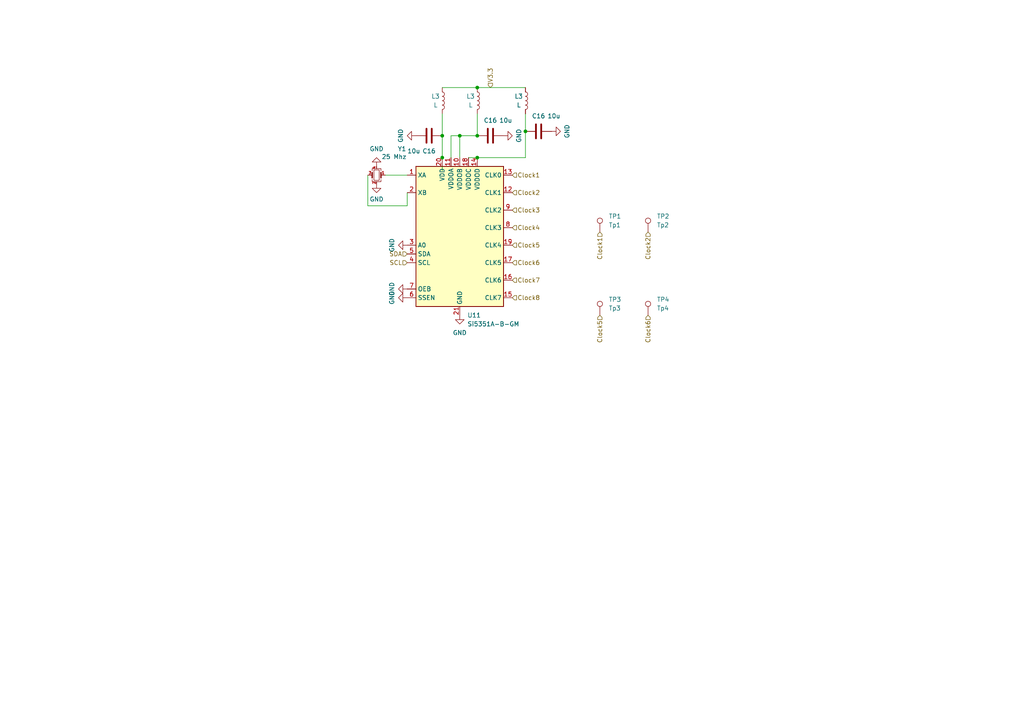
<source format=kicad_sch>
(kicad_sch (version 20230121) (generator eeschema)
  (paper "A4")
  (lib_symbols
    (symbol "Connector:TestPoint" (pin_numbers hide) (pin_names (offset 0.762) hide)
      (property "Reference" "TP" (at 0 6.858 0))
      (property "Value" "TestPoint" (at 0 5.08 0))
      (symbol "TestPoint_0_1"
        (circle (center 0 3.302) (radius 0.762))
      )
      (symbol "TestPoint_1_1"
        (pin passive line (at 0 0 90) (length 2.54) (name "1") (number "1"))
      )
    )
    (symbol "Device:C" (pin_numbers hide) (pin_names (offset 0.254))
      (property "Reference" "C" (at 0.635 2.54 0))
      (property "Value" "C" (at 0.635 -2.54 0))
      (symbol "C_0_1"
        (polyline (pts (xy -2.032 -0.762) (xy 2.032 -0.762)) (stroke (width 0.508)))
        (polyline (pts (xy -2.032 0.762) (xy 2.032 0.762)) (stroke (width 0.508)))
      )
      (symbol "C_1_1"
        (pin passive line (at 0 3.81 270) (length 2.794) (name "~") (number "1"))
        (pin passive line (at 0 -3.81 90) (length 2.794) (name "~") (number "2"))
      )
    )
    (symbol "Device:Crystal_GND24_Small" (pin_names (offset 1.016) hide)
      (property "Reference" "Y" (at 1.27 4.445 0))
      (property "Value" "Crystal_GND24_Small" (at 1.27 2.54 0))
      (symbol "Crystal_GND24_Small_0_1"
        (rectangle (start -0.762 -1.524) (end 0.762 1.524))
        (polyline (pts (xy -1.27 -0.762) (xy -1.27 0.762)) (stroke (width 0.381)))
        (polyline (pts (xy 1.27 -0.762) (xy 1.27 0.762)) (stroke (width 0.381)))
        (polyline (pts (xy -1.27 -1.27) (xy -1.27 -1.905) (xy 1.27 -1.905) (xy 1.27 -1.27)))
        (polyline (pts (xy -1.27 1.27) (xy -1.27 1.905) (xy 1.27 1.905) (xy 1.27 1.27)))
      )
      (symbol "Crystal_GND24_Small_1_1"
        (pin passive line (at -2.54 0 0) (length 1.27) (name "1") (number "1"))
        (pin passive line (at 0 -2.54 90) (length 0.635) (name "2") (number "2"))
        (pin passive line (at 2.54 0 180) (length 1.27) (name "3") (number "3"))
        (pin passive line (at 0 2.54 270) (length 0.635) (name "4") (number "4"))
      )
    )
    (symbol "Device:L" (pin_numbers hide) (pin_names (offset 1.016) hide)
      (property "Reference" "L" (at -1.27 0 90))
      (property "Value" "L" (at 1.905 0 90))
      (symbol "L_0_1"
        (arc (start 0 -2.54) (mid 0.6323 -1.905) (end 0 -1.27))
        (arc (start 0 -1.27) (mid 0.6323 -0.635) (end 0 0))
        (arc (start 0 0) (mid 0.6323 0.635) (end 0 1.27))
        (arc (start 0 1.27) (mid 0.6323 1.905) (end 0 2.54))
      )
      (symbol "L_1_1"
        (pin passive line (at 0 3.81 270) (length 1.27) (name "1") (number "1"))
        (pin passive line (at 0 -3.81 90) (length 1.27) (name "2") (number "2"))
      )
    )
    (symbol "Oscillator:Si5351A-B-GM"
      (property "Reference" "U" (at -12.7 21.59 0))
      (property "Value" "Si5351A-B-GM" (at -13.97 -22.86 0))
      (symbol "Si5351A-B-GM_1_1"
        (rectangle (start -12.7 20.32) (end 12.7 -20.32) (stroke (width 0.254)) (fill (type background)))
        (pin input line (at -15.24 17.78 0) (length 2.54) (name "XA") (number "1"))
        (pin power_in line (at 0 22.86 270) (length 2.54) (name "VDDOB") (number "10"))
        (pin power_in line (at -2.54 22.86 270) (length 2.54) (name "VDDOA") (number "11"))
        (pin output line (at 15.24 12.7 180) (length 2.54) (name "CLK1") (number "12"))
        (pin output line (at 15.24 17.78 180) (length 2.54) (name "CLK0") (number "13"))
        (pin power_in line (at 5.08 22.86 270) (length 2.54) (name "VDDOD") (number "14"))
        (pin output line (at 15.24 -17.78 180) (length 2.54) (name "CLK7") (number "15"))
        (pin output line (at 15.24 -12.7 180) (length 2.54) (name "CLK6") (number "16"))
        (pin output line (at 15.24 -7.62 180) (length 2.54) (name "CLK5") (number "17"))
        (pin power_in line (at 2.54 22.86 270) (length 2.54) (name "VDDOC") (number "18"))
        (pin output line (at 15.24 -2.54 180) (length 2.54) (name "CLK4") (number "19"))
        (pin input line (at -15.24 12.7 0) (length 2.54) (name "XB") (number "2"))
        (pin power_in line (at -5.08 22.86 270) (length 2.54) (name "VDD") (number "20"))
        (pin power_in line (at 0 -22.86 90) (length 2.54) (name "GND") (number "21"))
        (pin input line (at -15.24 -2.54 0) (length 2.54) (name "A0") (number "3"))
        (pin input line (at -15.24 -7.62 0) (length 2.54) (name "SCL") (number "4"))
        (pin bidirectional line (at -15.24 -5.08 0) (length 2.54) (name "SDA") (number "5"))
        (pin input line (at -15.24 -17.78 0) (length 2.54) (name "SSEN") (number "6"))
        (pin input line (at -15.24 -15.24 0) (length 2.54) (name "OEB") (number "7"))
        (pin output line (at 15.24 2.54 180) (length 2.54) (name "CLK3") (number "8"))
        (pin output line (at 15.24 7.62 180) (length 2.54) (name "CLK2") (number "9"))
      )
    )
    (symbol "power:GND" (power) (pin_names (offset 0))
      (property "Value" "GND" (at 0 -3.81 0))
      (symbol "GND_0_1"
        (polyline (pts (xy 0 0) (xy 0 -1.27) (xy 1.27 -1.27) (xy 0 -2.54) (xy -1.27 -1.27) (xy 0 -1.27)))
      )
      (symbol "GND_1_1"
        (pin power_in line (at 0 0 270) (length 0) hide (name "GND") (number "1"))
      )
    )
  )
  (junction (at 128.27 39.37))
  (junction (at 128.27 45.72))
  (junction (at 138.43 25.4))
  (junction (at 138.43 45.72))
  (junction (at 138.43 39.37))
  (junction (at 152.4 38.1))
  (junction (at 133.35 39.37))
  (wire (pts (xy 152.4 33.02) (xy 152.4 38.1)))
  (wire (pts (xy 133.35 39.37) (xy 133.35 45.72)))
  (wire (pts (xy 111.76 50.8) (xy 118.11 50.8)))
  (wire (pts (xy 118.11 59.69) (xy 118.11 55.88)))
  (wire (pts (xy 152.4 45.72) (xy 138.43 45.72)))
  (wire (pts (xy 130.81 45.72) (xy 130.81 39.37)))
  (wire (pts (xy 128.27 25.4) (xy 138.43 25.4)))
  (wire (pts (xy 106.68 50.8) (xy 106.68 59.69)))
  (wire (pts (xy 128.27 33.02) (xy 128.27 39.37)))
  (wire (pts (xy 138.43 25.4) (xy 152.4 25.4)))
  (wire (pts (xy 128.27 39.37) (xy 128.27 45.72)))
  (wire (pts (xy 152.4 38.1) (xy 152.4 45.72)))
  (wire (pts (xy 130.81 39.37) (xy 133.35 39.37)))
  (wire (pts (xy 106.68 59.69) (xy 118.11 59.69)))
  (wire (pts (xy 128.27 45.72) (xy 128.27 49.53)))
  (wire (pts (xy 135.89 45.72) (xy 138.43 45.72)))
  (wire (pts (xy 133.35 39.37) (xy 138.43 39.37)))
  (wire (pts (xy 138.43 33.02) (xy 138.43 39.37)))
  (hierarchical_label "SCL" (shape input) (at 118.11 76.2 180))
  (hierarchical_label "Clock1" (shape input) (at 148.59 50.8 0))
  (hierarchical_label "Clock2" (shape input) (at 148.59 55.88 0))
  (hierarchical_label "Clock6" (shape input) (at 148.59 76.2 0))
  (hierarchical_label "Clock4" (shape input) (at 148.59 66.04 0))
  (hierarchical_label "Clock1" (shape input) (at 173.99 67.31 270))
  (hierarchical_label "SDA" (shape input) (at 118.11 73.66 180))
  (hierarchical_label "Clock3" (shape input) (at 148.59 60.96 0))
  (hierarchical_label "Clock8" (shape input) (at 148.59 86.36 0))
  (hierarchical_label "Clock2" (shape input) (at 187.96 67.31 270))
  (hierarchical_label "V3.3" (shape input) (at 142.24 25.4 90))
  (hierarchical_label "Clock7" (shape input) (at 148.59 81.28 0))
  (hierarchical_label "Clock5" (shape input) (at 173.99 91.44 270))
  (hierarchical_label "Clock6" (shape input) (at 187.96 91.44 270))
  (hierarchical_label "Clock5" (shape input) (at 148.59 71.12 0))
  (symbol (lib_id "power:GND") (at 118.11 83.82 270) (mirror x) (unit 1)
    (property "Reference" "#PWR035" (effects hide))
    (property "Value" "GND" (at 113.665 83.82 0))
    (instances (project "sdrt41" (path "" (reference "#PWR035") (unit 1)) (path "" (reference "#PWR084") (unit 1))))
  )
  (symbol (lib_id "Connector:TestPoint") (at 173.99 91.44 0) (unit 1)
    (property "Reference" "TP3" (at 176.53 86.868 0) (effects (justify left)))
    (property "Value" "Tp3" (at 176.53 89.408 0) (effects (justify left)))
    (property "Footprint" "TestPoint:TestPoint_Pad_D1.0mm" (effects hide))
  )
  (symbol (lib_id "power:GND") (at 109.22 53.34 0) (unit 1)
    (property "Reference" "#PWR025" (effects hide))
    (property "Value" "GND" (at 109.22 57.785 0))
    (instances (project "sdrt41" (path "" (reference "#PWR025") (unit 1)) (path "" (reference "#PWR069") (unit 1))))
  )
  (symbol (lib_id "Device:L") (at 138.43 29.21 0) (unit 1)
    (property "Reference" "L3" (at 135.255 27.94 0) (effects (justify left)))
    (property "Value" "L" (at 135.89 30.48 0) (effects (justify left)))
    (property "Footprint" "Inductor_SMD:L_0603_1608Metric" (effects hide))
    (instances (project "sdrt41" (path "" (reference "L3") (unit 1)) (path "" (reference "L11") (unit 1))))
  )
  (symbol (lib_id "Connector:TestPoint") (at 187.96 91.44 0) (unit 1)
    (property "Reference" "TP4" (at 190.5 86.868 0) (effects (justify left)))
    (property "Value" "Tp4" (at 190.5 89.408 0) (effects (justify left)))
    (property "Footprint" "TestPoint:TestPoint_Pad_D1.0mm" (effects hide))
  )
  (symbol (lib_id "Device:L") (at 152.4 29.21 0) (unit 1)
    (property "Reference" "L3" (at 149.225 27.94 0) (effects (justify left)))
    (property "Value" "L" (at 149.86 30.48 0) (effects (justify left)))
    (property "Footprint" "Inductor_SMD:L_0603_1608Metric" (effects hide))
    (instances (project "sdrt41" (path "" (reference "L3") (unit 1)) (path "" (reference "L12") (unit 1))))
  )
  (symbol (lib_id "Device:L") (at 128.27 29.21 0) (unit 1)
    (property "Reference" "L3" (at 125.095 27.94 0) (effects (justify left)))
    (property "Value" "L" (at 125.73 30.48 0) (effects (justify left)))
    (property "Footprint" "Inductor_SMD:L_0603_1608Metric" (effects hide))
    (instances (project "sdrt41" (path "" (reference "L3") (unit 1)) (path "" (reference "L10") (unit 1))))
  )
  (symbol (lib_id "power:GND") (at 160.02 38.1 90) (mirror x) (unit 1)
    (property "Reference" "#PWR035" (effects hide))
    (property "Value" "GND" (at 164.465 38.1 0))
    (instances (project "sdrt41" (path "" (reference "#PWR035") (unit 1)) (path "" (reference "#PWR080") (unit 1))))
  )
  (symbol (lib_id "power:GND") (at 120.65 39.37 270) (mirror x) (unit 1)
    (property "Reference" "#PWR035" (effects hide))
    (property "Value" "GND" (at 116.205 39.37 0))
    (instances (project "sdrt41" (path "" (reference "#PWR035") (unit 1)) (path "" (reference "#PWR079") (unit 1))))
  )
  (symbol (lib_id "power:GND") (at 133.35 91.44 0) (mirror y) (unit 1)
    (property "Reference" "#PWR035" (effects hide))
    (property "Value" "GND" (at 133.35 96.52 0))
    (instances (project "sdrt41" (path "" (reference "#PWR035") (unit 1)) (path "" (reference "#PWR082") (unit 1))))
  )
  (symbol (lib_id "power:GND") (at 118.11 71.12 270) (mirror x) (unit 1)
    (property "Reference" "#PWR035" (effects hide))
    (property "Value" "GND" (at 113.665 71.12 0))
    (instances (project "sdrt41" (path "" (reference "#PWR035") (unit 1)) (path "" (reference "#PWR083") (unit 1))))
  )
  (symbol (lib_id "Device:C") (at 124.46 39.37 90) (mirror x) (unit 1)
    (property "Reference" "C16" (at 124.46 43.815 90))
    (property "Value" "10u" (at 120.015 43.815 90))
    (property "Footprint" "Capacitor_SMD:C_0805_2012Metric" (effects hide))
    (instances (project "sdrt41" (path "" (reference "C16") (unit 1)) (path "" (reference "C59") (unit 1))))
  )
  (symbol (lib_id "Oscillator:Si5351A-B-GM") (at 133.35 68.58 0) (unit 1)
    (property "Reference" "U11" (at 135.5441 91.44 0) (effects (justify left)))
    (property "Value" "Si5351A-B-GM" (at 135.5441 93.98 0) (effects (justify left)))
    (property "Footprint" "Package_DFN_QFN:QFN-20-1EP_4x4mm_P0.5mm_EP2.7x2.7mm" (effects hide))
    (property "Datasheet" "https://www.silabs.com/documents/public/data-sheets/Si5351-B.pdf" (effects hide))
  )
  (symbol (lib_id "Device:C") (at 156.21 38.1 270) (mirror x) (unit 1)
    (property "Reference" "C16" (at 156.21 33.655 90))
    (property "Value" "10u" (at 160.655 33.655 90))
    (property "Footprint" "Capacitor_SMD:C_0805_2012Metric" (effects hide))
    (instances (project "sdrt41" (path "" (reference "C16") (unit 1)) (path "" (reference "C60") (unit 1))))
  )
  (symbol (lib_id "power:GND") (at 109.22 48.26 180) (unit 1)
    (property "Reference" "#PWR024" (effects hide))
    (property "Value" "GND" (at 109.22 43.18 0))
    (instances (project "sdrt41" (path "" (reference "#PWR024") (unit 1)) (path "" (reference "#PWR064") (unit 1))))
  )
  (symbol (lib_id "power:GND") (at 146.05 39.37 90) (mirror x) (unit 1)
    (property "Reference" "#PWR035" (effects hide))
    (property "Value" "GND" (at 150.495 39.37 0))
    (instances (project "sdrt41" (path "" (reference "#PWR035") (unit 1)) (path "" (reference "#PWR081") (unit 1))))
  )
  (symbol (lib_id "Connector:TestPoint") (at 173.99 67.31 0) (unit 1)
    (property "Reference" "TP1" (at 176.53 62.738 0) (effects (justify left)))
    (property "Value" "Tp1" (at 176.53 65.278 0) (effects (justify left)))
    (property "Footprint" "TestPoint:TestPoint_Pad_D1.0mm" (effects hide))
  )
  (symbol (lib_id "power:GND") (at 118.11 86.36 270) (mirror x) (unit 1)
    (property "Reference" "#PWR035" (effects hide))
    (property "Value" "GND" (at 113.665 86.36 0))
    (instances (project "sdrt41" (path "" (reference "#PWR035") (unit 1)) (path "" (reference "#PWR085") (unit 1))))
  )
  (symbol (lib_id "Connector:TestPoint") (at 187.96 67.31 0) (unit 1)
    (property "Reference" "TP2" (at 190.5 62.738 0) (effects (justify left)))
    (property "Value" "Tp2" (at 190.5 65.278 0) (effects (justify left)))
    (property "Footprint" "TestPoint:TestPoint_Pad_D1.0mm" (effects hide))
  )
  (symbol (lib_id "Device:C") (at 142.24 39.37 270) (mirror x) (unit 1)
    (property "Reference" "C16" (at 142.24 34.925 90))
    (property "Value" "10u" (at 146.685 34.925 90))
    (property "Footprint" "Capacitor_SMD:C_0805_2012Metric" (effects hide))
    (instances (project "sdrt41" (path "" (reference "C16") (unit 1)) (path "" (reference "C61") (unit 1))))
  )
  (symbol (lib_id "Device:Crystal_GND24_Small") (at 109.22 50.8 0) (mirror y) (unit 1)
    (property "Reference" "Y1" (at 116.586 43.18 0))
    (property "Value" "25 Mhz" (at 114.3 45.466 0))
    (property "Footprint" "Crystal:Crystal_SMD_3225-4Pin_3.2x2.5mm" (effects hide))
    (instances (project "sdrt41" (path "" (reference "Y1") (unit 1)) (path "" (reference "Y2") (unit 1))))
  )
)
</source>
